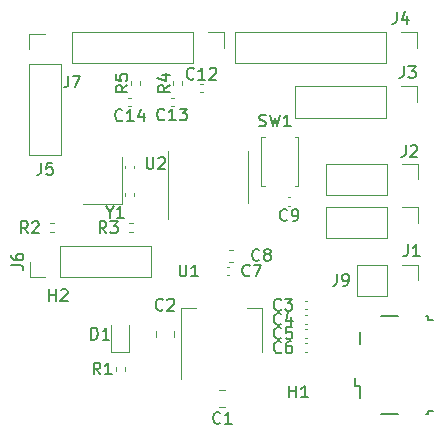
<source format=gbr>
%TF.GenerationSoftware,KiCad,Pcbnew,7.0.6*%
%TF.CreationDate,2023-07-29T21:44:08+03:00*%
%TF.ProjectId,cat-toy-stm-c0,6361742d-746f-4792-9d73-746d2d63302e,rev?*%
%TF.SameCoordinates,Original*%
%TF.FileFunction,Legend,Top*%
%TF.FilePolarity,Positive*%
%FSLAX46Y46*%
G04 Gerber Fmt 4.6, Leading zero omitted, Abs format (unit mm)*
G04 Created by KiCad (PCBNEW 7.0.6) date 2023-07-29 21:44:08*
%MOMM*%
%LPD*%
G01*
G04 APERTURE LIST*
%ADD10C,0.150000*%
%ADD11C,0.120000*%
G04 APERTURE END LIST*
D10*
X170488095Y-93654819D02*
X170488095Y-92654819D01*
X170488095Y-93131009D02*
X171059523Y-93131009D01*
X171059523Y-93654819D02*
X171059523Y-92654819D01*
X171488095Y-92750057D02*
X171535714Y-92702438D01*
X171535714Y-92702438D02*
X171630952Y-92654819D01*
X171630952Y-92654819D02*
X171869047Y-92654819D01*
X171869047Y-92654819D02*
X171964285Y-92702438D01*
X171964285Y-92702438D02*
X172011904Y-92750057D01*
X172011904Y-92750057D02*
X172059523Y-92845295D01*
X172059523Y-92845295D02*
X172059523Y-92940533D01*
X172059523Y-92940533D02*
X172011904Y-93083390D01*
X172011904Y-93083390D02*
X171440476Y-93654819D01*
X171440476Y-93654819D02*
X172059523Y-93654819D01*
X190838095Y-101804819D02*
X190838095Y-100804819D01*
X190838095Y-101281009D02*
X191409523Y-101281009D01*
X191409523Y-101804819D02*
X191409523Y-100804819D01*
X192409523Y-101804819D02*
X191838095Y-101804819D01*
X192123809Y-101804819D02*
X192123809Y-100804819D01*
X192123809Y-100804819D02*
X192028571Y-100947676D01*
X192028571Y-100947676D02*
X191933333Y-101042914D01*
X191933333Y-101042914D02*
X191838095Y-101090533D01*
X175623809Y-86128628D02*
X175623809Y-86604819D01*
X175290476Y-85604819D02*
X175623809Y-86128628D01*
X175623809Y-86128628D02*
X175957142Y-85604819D01*
X176814285Y-86604819D02*
X176242857Y-86604819D01*
X176528571Y-86604819D02*
X176528571Y-85604819D01*
X176528571Y-85604819D02*
X176433333Y-85747676D01*
X176433333Y-85747676D02*
X176338095Y-85842914D01*
X176338095Y-85842914D02*
X176242857Y-85890533D01*
X180684819Y-75376666D02*
X180208628Y-75709999D01*
X180684819Y-75948094D02*
X179684819Y-75948094D01*
X179684819Y-75948094D02*
X179684819Y-75567142D01*
X179684819Y-75567142D02*
X179732438Y-75471904D01*
X179732438Y-75471904D02*
X179780057Y-75424285D01*
X179780057Y-75424285D02*
X179875295Y-75376666D01*
X179875295Y-75376666D02*
X180018152Y-75376666D01*
X180018152Y-75376666D02*
X180113390Y-75424285D01*
X180113390Y-75424285D02*
X180161009Y-75471904D01*
X180161009Y-75471904D02*
X180208628Y-75567142D01*
X180208628Y-75567142D02*
X180208628Y-75948094D01*
X180018152Y-74519523D02*
X180684819Y-74519523D01*
X179637200Y-74757618D02*
X180351485Y-74995713D01*
X180351485Y-74995713D02*
X180351485Y-74376666D01*
X182757142Y-74799580D02*
X182709523Y-74847200D01*
X182709523Y-74847200D02*
X182566666Y-74894819D01*
X182566666Y-74894819D02*
X182471428Y-74894819D01*
X182471428Y-74894819D02*
X182328571Y-74847200D01*
X182328571Y-74847200D02*
X182233333Y-74751961D01*
X182233333Y-74751961D02*
X182185714Y-74656723D01*
X182185714Y-74656723D02*
X182138095Y-74466247D01*
X182138095Y-74466247D02*
X182138095Y-74323390D01*
X182138095Y-74323390D02*
X182185714Y-74132914D01*
X182185714Y-74132914D02*
X182233333Y-74037676D01*
X182233333Y-74037676D02*
X182328571Y-73942438D01*
X182328571Y-73942438D02*
X182471428Y-73894819D01*
X182471428Y-73894819D02*
X182566666Y-73894819D01*
X182566666Y-73894819D02*
X182709523Y-73942438D01*
X182709523Y-73942438D02*
X182757142Y-73990057D01*
X183709523Y-74894819D02*
X183138095Y-74894819D01*
X183423809Y-74894819D02*
X183423809Y-73894819D01*
X183423809Y-73894819D02*
X183328571Y-74037676D01*
X183328571Y-74037676D02*
X183233333Y-74132914D01*
X183233333Y-74132914D02*
X183138095Y-74180533D01*
X184090476Y-73990057D02*
X184138095Y-73942438D01*
X184138095Y-73942438D02*
X184233333Y-73894819D01*
X184233333Y-73894819D02*
X184471428Y-73894819D01*
X184471428Y-73894819D02*
X184566666Y-73942438D01*
X184566666Y-73942438D02*
X184614285Y-73990057D01*
X184614285Y-73990057D02*
X184661904Y-74085295D01*
X184661904Y-74085295D02*
X184661904Y-74180533D01*
X184661904Y-74180533D02*
X184614285Y-74323390D01*
X184614285Y-74323390D02*
X184042857Y-74894819D01*
X184042857Y-74894819D02*
X184661904Y-74894819D01*
X167304819Y-90633333D02*
X168019104Y-90633333D01*
X168019104Y-90633333D02*
X168161961Y-90680952D01*
X168161961Y-90680952D02*
X168257200Y-90776190D01*
X168257200Y-90776190D02*
X168304819Y-90919047D01*
X168304819Y-90919047D02*
X168304819Y-91014285D01*
X167304819Y-89728571D02*
X167304819Y-89919047D01*
X167304819Y-89919047D02*
X167352438Y-90014285D01*
X167352438Y-90014285D02*
X167400057Y-90061904D01*
X167400057Y-90061904D02*
X167542914Y-90157142D01*
X167542914Y-90157142D02*
X167733390Y-90204761D01*
X167733390Y-90204761D02*
X168114342Y-90204761D01*
X168114342Y-90204761D02*
X168209580Y-90157142D01*
X168209580Y-90157142D02*
X168257200Y-90109523D01*
X168257200Y-90109523D02*
X168304819Y-90014285D01*
X168304819Y-90014285D02*
X168304819Y-89823809D01*
X168304819Y-89823809D02*
X168257200Y-89728571D01*
X168257200Y-89728571D02*
X168209580Y-89680952D01*
X168209580Y-89680952D02*
X168114342Y-89633333D01*
X168114342Y-89633333D02*
X167876247Y-89633333D01*
X167876247Y-89633333D02*
X167781009Y-89680952D01*
X167781009Y-89680952D02*
X167733390Y-89728571D01*
X167733390Y-89728571D02*
X167685771Y-89823809D01*
X167685771Y-89823809D02*
X167685771Y-90014285D01*
X167685771Y-90014285D02*
X167733390Y-90109523D01*
X167733390Y-90109523D02*
X167781009Y-90157142D01*
X167781009Y-90157142D02*
X167876247Y-90204761D01*
X175333333Y-87904819D02*
X175000000Y-87428628D01*
X174761905Y-87904819D02*
X174761905Y-86904819D01*
X174761905Y-86904819D02*
X175142857Y-86904819D01*
X175142857Y-86904819D02*
X175238095Y-86952438D01*
X175238095Y-86952438D02*
X175285714Y-87000057D01*
X175285714Y-87000057D02*
X175333333Y-87095295D01*
X175333333Y-87095295D02*
X175333333Y-87238152D01*
X175333333Y-87238152D02*
X175285714Y-87333390D01*
X175285714Y-87333390D02*
X175238095Y-87381009D01*
X175238095Y-87381009D02*
X175142857Y-87428628D01*
X175142857Y-87428628D02*
X174761905Y-87428628D01*
X175666667Y-86904819D02*
X176285714Y-86904819D01*
X176285714Y-86904819D02*
X175952381Y-87285771D01*
X175952381Y-87285771D02*
X176095238Y-87285771D01*
X176095238Y-87285771D02*
X176190476Y-87333390D01*
X176190476Y-87333390D02*
X176238095Y-87381009D01*
X176238095Y-87381009D02*
X176285714Y-87476247D01*
X176285714Y-87476247D02*
X176285714Y-87714342D01*
X176285714Y-87714342D02*
X176238095Y-87809580D01*
X176238095Y-87809580D02*
X176190476Y-87857200D01*
X176190476Y-87857200D02*
X176095238Y-87904819D01*
X176095238Y-87904819D02*
X175809524Y-87904819D01*
X175809524Y-87904819D02*
X175714286Y-87857200D01*
X175714286Y-87857200D02*
X175666667Y-87809580D01*
X174061905Y-96904819D02*
X174061905Y-95904819D01*
X174061905Y-95904819D02*
X174300000Y-95904819D01*
X174300000Y-95904819D02*
X174442857Y-95952438D01*
X174442857Y-95952438D02*
X174538095Y-96047676D01*
X174538095Y-96047676D02*
X174585714Y-96142914D01*
X174585714Y-96142914D02*
X174633333Y-96333390D01*
X174633333Y-96333390D02*
X174633333Y-96476247D01*
X174633333Y-96476247D02*
X174585714Y-96666723D01*
X174585714Y-96666723D02*
X174538095Y-96761961D01*
X174538095Y-96761961D02*
X174442857Y-96857200D01*
X174442857Y-96857200D02*
X174300000Y-96904819D01*
X174300000Y-96904819D02*
X174061905Y-96904819D01*
X175585714Y-96904819D02*
X175014286Y-96904819D01*
X175300000Y-96904819D02*
X175300000Y-95904819D01*
X175300000Y-95904819D02*
X175204762Y-96047676D01*
X175204762Y-96047676D02*
X175109524Y-96142914D01*
X175109524Y-96142914D02*
X175014286Y-96190533D01*
X190133333Y-97959580D02*
X190085714Y-98007200D01*
X190085714Y-98007200D02*
X189942857Y-98054819D01*
X189942857Y-98054819D02*
X189847619Y-98054819D01*
X189847619Y-98054819D02*
X189704762Y-98007200D01*
X189704762Y-98007200D02*
X189609524Y-97911961D01*
X189609524Y-97911961D02*
X189561905Y-97816723D01*
X189561905Y-97816723D02*
X189514286Y-97626247D01*
X189514286Y-97626247D02*
X189514286Y-97483390D01*
X189514286Y-97483390D02*
X189561905Y-97292914D01*
X189561905Y-97292914D02*
X189609524Y-97197676D01*
X189609524Y-97197676D02*
X189704762Y-97102438D01*
X189704762Y-97102438D02*
X189847619Y-97054819D01*
X189847619Y-97054819D02*
X189942857Y-97054819D01*
X189942857Y-97054819D02*
X190085714Y-97102438D01*
X190085714Y-97102438D02*
X190133333Y-97150057D01*
X190990476Y-97054819D02*
X190800000Y-97054819D01*
X190800000Y-97054819D02*
X190704762Y-97102438D01*
X190704762Y-97102438D02*
X190657143Y-97150057D01*
X190657143Y-97150057D02*
X190561905Y-97292914D01*
X190561905Y-97292914D02*
X190514286Y-97483390D01*
X190514286Y-97483390D02*
X190514286Y-97864342D01*
X190514286Y-97864342D02*
X190561905Y-97959580D01*
X190561905Y-97959580D02*
X190609524Y-98007200D01*
X190609524Y-98007200D02*
X190704762Y-98054819D01*
X190704762Y-98054819D02*
X190895238Y-98054819D01*
X190895238Y-98054819D02*
X190990476Y-98007200D01*
X190990476Y-98007200D02*
X191038095Y-97959580D01*
X191038095Y-97959580D02*
X191085714Y-97864342D01*
X191085714Y-97864342D02*
X191085714Y-97626247D01*
X191085714Y-97626247D02*
X191038095Y-97531009D01*
X191038095Y-97531009D02*
X190990476Y-97483390D01*
X190990476Y-97483390D02*
X190895238Y-97435771D01*
X190895238Y-97435771D02*
X190704762Y-97435771D01*
X190704762Y-97435771D02*
X190609524Y-97483390D01*
X190609524Y-97483390D02*
X190561905Y-97531009D01*
X190561905Y-97531009D02*
X190514286Y-97626247D01*
X188303333Y-90159580D02*
X188255714Y-90207200D01*
X188255714Y-90207200D02*
X188112857Y-90254819D01*
X188112857Y-90254819D02*
X188017619Y-90254819D01*
X188017619Y-90254819D02*
X187874762Y-90207200D01*
X187874762Y-90207200D02*
X187779524Y-90111961D01*
X187779524Y-90111961D02*
X187731905Y-90016723D01*
X187731905Y-90016723D02*
X187684286Y-89826247D01*
X187684286Y-89826247D02*
X187684286Y-89683390D01*
X187684286Y-89683390D02*
X187731905Y-89492914D01*
X187731905Y-89492914D02*
X187779524Y-89397676D01*
X187779524Y-89397676D02*
X187874762Y-89302438D01*
X187874762Y-89302438D02*
X188017619Y-89254819D01*
X188017619Y-89254819D02*
X188112857Y-89254819D01*
X188112857Y-89254819D02*
X188255714Y-89302438D01*
X188255714Y-89302438D02*
X188303333Y-89350057D01*
X188874762Y-89683390D02*
X188779524Y-89635771D01*
X188779524Y-89635771D02*
X188731905Y-89588152D01*
X188731905Y-89588152D02*
X188684286Y-89492914D01*
X188684286Y-89492914D02*
X188684286Y-89445295D01*
X188684286Y-89445295D02*
X188731905Y-89350057D01*
X188731905Y-89350057D02*
X188779524Y-89302438D01*
X188779524Y-89302438D02*
X188874762Y-89254819D01*
X188874762Y-89254819D02*
X189065238Y-89254819D01*
X189065238Y-89254819D02*
X189160476Y-89302438D01*
X189160476Y-89302438D02*
X189208095Y-89350057D01*
X189208095Y-89350057D02*
X189255714Y-89445295D01*
X189255714Y-89445295D02*
X189255714Y-89492914D01*
X189255714Y-89492914D02*
X189208095Y-89588152D01*
X189208095Y-89588152D02*
X189160476Y-89635771D01*
X189160476Y-89635771D02*
X189065238Y-89683390D01*
X189065238Y-89683390D02*
X188874762Y-89683390D01*
X188874762Y-89683390D02*
X188779524Y-89731009D01*
X188779524Y-89731009D02*
X188731905Y-89778628D01*
X188731905Y-89778628D02*
X188684286Y-89873866D01*
X188684286Y-89873866D02*
X188684286Y-90064342D01*
X188684286Y-90064342D02*
X188731905Y-90159580D01*
X188731905Y-90159580D02*
X188779524Y-90207200D01*
X188779524Y-90207200D02*
X188874762Y-90254819D01*
X188874762Y-90254819D02*
X189065238Y-90254819D01*
X189065238Y-90254819D02*
X189160476Y-90207200D01*
X189160476Y-90207200D02*
X189208095Y-90159580D01*
X189208095Y-90159580D02*
X189255714Y-90064342D01*
X189255714Y-90064342D02*
X189255714Y-89873866D01*
X189255714Y-89873866D02*
X189208095Y-89778628D01*
X189208095Y-89778628D02*
X189160476Y-89731009D01*
X189160476Y-89731009D02*
X189065238Y-89683390D01*
X181538095Y-90554819D02*
X181538095Y-91364342D01*
X181538095Y-91364342D02*
X181585714Y-91459580D01*
X181585714Y-91459580D02*
X181633333Y-91507200D01*
X181633333Y-91507200D02*
X181728571Y-91554819D01*
X181728571Y-91554819D02*
X181919047Y-91554819D01*
X181919047Y-91554819D02*
X182014285Y-91507200D01*
X182014285Y-91507200D02*
X182061904Y-91459580D01*
X182061904Y-91459580D02*
X182109523Y-91364342D01*
X182109523Y-91364342D02*
X182109523Y-90554819D01*
X183109523Y-91554819D02*
X182538095Y-91554819D01*
X182823809Y-91554819D02*
X182823809Y-90554819D01*
X182823809Y-90554819D02*
X182728571Y-90697676D01*
X182728571Y-90697676D02*
X182633333Y-90792914D01*
X182633333Y-90792914D02*
X182538095Y-90840533D01*
X188266667Y-78807200D02*
X188409524Y-78854819D01*
X188409524Y-78854819D02*
X188647619Y-78854819D01*
X188647619Y-78854819D02*
X188742857Y-78807200D01*
X188742857Y-78807200D02*
X188790476Y-78759580D01*
X188790476Y-78759580D02*
X188838095Y-78664342D01*
X188838095Y-78664342D02*
X188838095Y-78569104D01*
X188838095Y-78569104D02*
X188790476Y-78473866D01*
X188790476Y-78473866D02*
X188742857Y-78426247D01*
X188742857Y-78426247D02*
X188647619Y-78378628D01*
X188647619Y-78378628D02*
X188457143Y-78331009D01*
X188457143Y-78331009D02*
X188361905Y-78283390D01*
X188361905Y-78283390D02*
X188314286Y-78235771D01*
X188314286Y-78235771D02*
X188266667Y-78140533D01*
X188266667Y-78140533D02*
X188266667Y-78045295D01*
X188266667Y-78045295D02*
X188314286Y-77950057D01*
X188314286Y-77950057D02*
X188361905Y-77902438D01*
X188361905Y-77902438D02*
X188457143Y-77854819D01*
X188457143Y-77854819D02*
X188695238Y-77854819D01*
X188695238Y-77854819D02*
X188838095Y-77902438D01*
X189171429Y-77854819D02*
X189409524Y-78854819D01*
X189409524Y-78854819D02*
X189600000Y-78140533D01*
X189600000Y-78140533D02*
X189790476Y-78854819D01*
X189790476Y-78854819D02*
X190028572Y-77854819D01*
X190933333Y-78854819D02*
X190361905Y-78854819D01*
X190647619Y-78854819D02*
X190647619Y-77854819D01*
X190647619Y-77854819D02*
X190552381Y-77997676D01*
X190552381Y-77997676D02*
X190457143Y-78092914D01*
X190457143Y-78092914D02*
X190361905Y-78140533D01*
X176697142Y-78319580D02*
X176649523Y-78367200D01*
X176649523Y-78367200D02*
X176506666Y-78414819D01*
X176506666Y-78414819D02*
X176411428Y-78414819D01*
X176411428Y-78414819D02*
X176268571Y-78367200D01*
X176268571Y-78367200D02*
X176173333Y-78271961D01*
X176173333Y-78271961D02*
X176125714Y-78176723D01*
X176125714Y-78176723D02*
X176078095Y-77986247D01*
X176078095Y-77986247D02*
X176078095Y-77843390D01*
X176078095Y-77843390D02*
X176125714Y-77652914D01*
X176125714Y-77652914D02*
X176173333Y-77557676D01*
X176173333Y-77557676D02*
X176268571Y-77462438D01*
X176268571Y-77462438D02*
X176411428Y-77414819D01*
X176411428Y-77414819D02*
X176506666Y-77414819D01*
X176506666Y-77414819D02*
X176649523Y-77462438D01*
X176649523Y-77462438D02*
X176697142Y-77510057D01*
X177649523Y-78414819D02*
X177078095Y-78414819D01*
X177363809Y-78414819D02*
X177363809Y-77414819D01*
X177363809Y-77414819D02*
X177268571Y-77557676D01*
X177268571Y-77557676D02*
X177173333Y-77652914D01*
X177173333Y-77652914D02*
X177078095Y-77700533D01*
X178506666Y-77748152D02*
X178506666Y-78414819D01*
X178268571Y-77367200D02*
X178030476Y-78081485D01*
X178030476Y-78081485D02*
X178649523Y-78081485D01*
X187473333Y-91459580D02*
X187425714Y-91507200D01*
X187425714Y-91507200D02*
X187282857Y-91554819D01*
X187282857Y-91554819D02*
X187187619Y-91554819D01*
X187187619Y-91554819D02*
X187044762Y-91507200D01*
X187044762Y-91507200D02*
X186949524Y-91411961D01*
X186949524Y-91411961D02*
X186901905Y-91316723D01*
X186901905Y-91316723D02*
X186854286Y-91126247D01*
X186854286Y-91126247D02*
X186854286Y-90983390D01*
X186854286Y-90983390D02*
X186901905Y-90792914D01*
X186901905Y-90792914D02*
X186949524Y-90697676D01*
X186949524Y-90697676D02*
X187044762Y-90602438D01*
X187044762Y-90602438D02*
X187187619Y-90554819D01*
X187187619Y-90554819D02*
X187282857Y-90554819D01*
X187282857Y-90554819D02*
X187425714Y-90602438D01*
X187425714Y-90602438D02*
X187473333Y-90650057D01*
X187806667Y-90554819D02*
X188473333Y-90554819D01*
X188473333Y-90554819D02*
X188044762Y-91554819D01*
X168683333Y-87904819D02*
X168350000Y-87428628D01*
X168111905Y-87904819D02*
X168111905Y-86904819D01*
X168111905Y-86904819D02*
X168492857Y-86904819D01*
X168492857Y-86904819D02*
X168588095Y-86952438D01*
X168588095Y-86952438D02*
X168635714Y-87000057D01*
X168635714Y-87000057D02*
X168683333Y-87095295D01*
X168683333Y-87095295D02*
X168683333Y-87238152D01*
X168683333Y-87238152D02*
X168635714Y-87333390D01*
X168635714Y-87333390D02*
X168588095Y-87381009D01*
X168588095Y-87381009D02*
X168492857Y-87428628D01*
X168492857Y-87428628D02*
X168111905Y-87428628D01*
X169064286Y-87000057D02*
X169111905Y-86952438D01*
X169111905Y-86952438D02*
X169207143Y-86904819D01*
X169207143Y-86904819D02*
X169445238Y-86904819D01*
X169445238Y-86904819D02*
X169540476Y-86952438D01*
X169540476Y-86952438D02*
X169588095Y-87000057D01*
X169588095Y-87000057D02*
X169635714Y-87095295D01*
X169635714Y-87095295D02*
X169635714Y-87190533D01*
X169635714Y-87190533D02*
X169588095Y-87333390D01*
X169588095Y-87333390D02*
X169016667Y-87904819D01*
X169016667Y-87904819D02*
X169635714Y-87904819D01*
X190133333Y-96759580D02*
X190085714Y-96807200D01*
X190085714Y-96807200D02*
X189942857Y-96854819D01*
X189942857Y-96854819D02*
X189847619Y-96854819D01*
X189847619Y-96854819D02*
X189704762Y-96807200D01*
X189704762Y-96807200D02*
X189609524Y-96711961D01*
X189609524Y-96711961D02*
X189561905Y-96616723D01*
X189561905Y-96616723D02*
X189514286Y-96426247D01*
X189514286Y-96426247D02*
X189514286Y-96283390D01*
X189514286Y-96283390D02*
X189561905Y-96092914D01*
X189561905Y-96092914D02*
X189609524Y-95997676D01*
X189609524Y-95997676D02*
X189704762Y-95902438D01*
X189704762Y-95902438D02*
X189847619Y-95854819D01*
X189847619Y-95854819D02*
X189942857Y-95854819D01*
X189942857Y-95854819D02*
X190085714Y-95902438D01*
X190085714Y-95902438D02*
X190133333Y-95950057D01*
X191038095Y-95854819D02*
X190561905Y-95854819D01*
X190561905Y-95854819D02*
X190514286Y-96331009D01*
X190514286Y-96331009D02*
X190561905Y-96283390D01*
X190561905Y-96283390D02*
X190657143Y-96235771D01*
X190657143Y-96235771D02*
X190895238Y-96235771D01*
X190895238Y-96235771D02*
X190990476Y-96283390D01*
X190990476Y-96283390D02*
X191038095Y-96331009D01*
X191038095Y-96331009D02*
X191085714Y-96426247D01*
X191085714Y-96426247D02*
X191085714Y-96664342D01*
X191085714Y-96664342D02*
X191038095Y-96759580D01*
X191038095Y-96759580D02*
X190990476Y-96807200D01*
X190990476Y-96807200D02*
X190895238Y-96854819D01*
X190895238Y-96854819D02*
X190657143Y-96854819D01*
X190657143Y-96854819D02*
X190561905Y-96807200D01*
X190561905Y-96807200D02*
X190514286Y-96759580D01*
X178738095Y-81454819D02*
X178738095Y-82264342D01*
X178738095Y-82264342D02*
X178785714Y-82359580D01*
X178785714Y-82359580D02*
X178833333Y-82407200D01*
X178833333Y-82407200D02*
X178928571Y-82454819D01*
X178928571Y-82454819D02*
X179119047Y-82454819D01*
X179119047Y-82454819D02*
X179214285Y-82407200D01*
X179214285Y-82407200D02*
X179261904Y-82359580D01*
X179261904Y-82359580D02*
X179309523Y-82264342D01*
X179309523Y-82264342D02*
X179309523Y-81454819D01*
X179738095Y-81550057D02*
X179785714Y-81502438D01*
X179785714Y-81502438D02*
X179880952Y-81454819D01*
X179880952Y-81454819D02*
X180119047Y-81454819D01*
X180119047Y-81454819D02*
X180214285Y-81502438D01*
X180214285Y-81502438D02*
X180261904Y-81550057D01*
X180261904Y-81550057D02*
X180309523Y-81645295D01*
X180309523Y-81645295D02*
X180309523Y-81740533D01*
X180309523Y-81740533D02*
X180261904Y-81883390D01*
X180261904Y-81883390D02*
X179690476Y-82454819D01*
X179690476Y-82454819D02*
X180309523Y-82454819D01*
X200866666Y-88854819D02*
X200866666Y-89569104D01*
X200866666Y-89569104D02*
X200819047Y-89711961D01*
X200819047Y-89711961D02*
X200723809Y-89807200D01*
X200723809Y-89807200D02*
X200580952Y-89854819D01*
X200580952Y-89854819D02*
X200485714Y-89854819D01*
X201866666Y-89854819D02*
X201295238Y-89854819D01*
X201580952Y-89854819D02*
X201580952Y-88854819D01*
X201580952Y-88854819D02*
X201485714Y-88997676D01*
X201485714Y-88997676D02*
X201390476Y-89092914D01*
X201390476Y-89092914D02*
X201295238Y-89140533D01*
X177124819Y-75366666D02*
X176648628Y-75699999D01*
X177124819Y-75938094D02*
X176124819Y-75938094D01*
X176124819Y-75938094D02*
X176124819Y-75557142D01*
X176124819Y-75557142D02*
X176172438Y-75461904D01*
X176172438Y-75461904D02*
X176220057Y-75414285D01*
X176220057Y-75414285D02*
X176315295Y-75366666D01*
X176315295Y-75366666D02*
X176458152Y-75366666D01*
X176458152Y-75366666D02*
X176553390Y-75414285D01*
X176553390Y-75414285D02*
X176601009Y-75461904D01*
X176601009Y-75461904D02*
X176648628Y-75557142D01*
X176648628Y-75557142D02*
X176648628Y-75938094D01*
X176124819Y-74461904D02*
X176124819Y-74938094D01*
X176124819Y-74938094D02*
X176601009Y-74985713D01*
X176601009Y-74985713D02*
X176553390Y-74938094D01*
X176553390Y-74938094D02*
X176505771Y-74842856D01*
X176505771Y-74842856D02*
X176505771Y-74604761D01*
X176505771Y-74604761D02*
X176553390Y-74509523D01*
X176553390Y-74509523D02*
X176601009Y-74461904D01*
X176601009Y-74461904D02*
X176696247Y-74414285D01*
X176696247Y-74414285D02*
X176934342Y-74414285D01*
X176934342Y-74414285D02*
X177029580Y-74461904D01*
X177029580Y-74461904D02*
X177077200Y-74509523D01*
X177077200Y-74509523D02*
X177124819Y-74604761D01*
X177124819Y-74604761D02*
X177124819Y-74842856D01*
X177124819Y-74842856D02*
X177077200Y-74938094D01*
X177077200Y-74938094D02*
X177029580Y-74985713D01*
X200516666Y-73754819D02*
X200516666Y-74469104D01*
X200516666Y-74469104D02*
X200469047Y-74611961D01*
X200469047Y-74611961D02*
X200373809Y-74707200D01*
X200373809Y-74707200D02*
X200230952Y-74754819D01*
X200230952Y-74754819D02*
X200135714Y-74754819D01*
X200897619Y-73754819D02*
X201516666Y-73754819D01*
X201516666Y-73754819D02*
X201183333Y-74135771D01*
X201183333Y-74135771D02*
X201326190Y-74135771D01*
X201326190Y-74135771D02*
X201421428Y-74183390D01*
X201421428Y-74183390D02*
X201469047Y-74231009D01*
X201469047Y-74231009D02*
X201516666Y-74326247D01*
X201516666Y-74326247D02*
X201516666Y-74564342D01*
X201516666Y-74564342D02*
X201469047Y-74659580D01*
X201469047Y-74659580D02*
X201421428Y-74707200D01*
X201421428Y-74707200D02*
X201326190Y-74754819D01*
X201326190Y-74754819D02*
X201040476Y-74754819D01*
X201040476Y-74754819D02*
X200945238Y-74707200D01*
X200945238Y-74707200D02*
X200897619Y-74659580D01*
X199916666Y-69154819D02*
X199916666Y-69869104D01*
X199916666Y-69869104D02*
X199869047Y-70011961D01*
X199869047Y-70011961D02*
X199773809Y-70107200D01*
X199773809Y-70107200D02*
X199630952Y-70154819D01*
X199630952Y-70154819D02*
X199535714Y-70154819D01*
X200821428Y-69488152D02*
X200821428Y-70154819D01*
X200583333Y-69107200D02*
X200345238Y-69821485D01*
X200345238Y-69821485D02*
X200964285Y-69821485D01*
X194866666Y-91354819D02*
X194866666Y-92069104D01*
X194866666Y-92069104D02*
X194819047Y-92211961D01*
X194819047Y-92211961D02*
X194723809Y-92307200D01*
X194723809Y-92307200D02*
X194580952Y-92354819D01*
X194580952Y-92354819D02*
X194485714Y-92354819D01*
X195390476Y-92354819D02*
X195580952Y-92354819D01*
X195580952Y-92354819D02*
X195676190Y-92307200D01*
X195676190Y-92307200D02*
X195723809Y-92259580D01*
X195723809Y-92259580D02*
X195819047Y-92116723D01*
X195819047Y-92116723D02*
X195866666Y-91926247D01*
X195866666Y-91926247D02*
X195866666Y-91545295D01*
X195866666Y-91545295D02*
X195819047Y-91450057D01*
X195819047Y-91450057D02*
X195771428Y-91402438D01*
X195771428Y-91402438D02*
X195676190Y-91354819D01*
X195676190Y-91354819D02*
X195485714Y-91354819D01*
X195485714Y-91354819D02*
X195390476Y-91402438D01*
X195390476Y-91402438D02*
X195342857Y-91450057D01*
X195342857Y-91450057D02*
X195295238Y-91545295D01*
X195295238Y-91545295D02*
X195295238Y-91783390D01*
X195295238Y-91783390D02*
X195342857Y-91878628D01*
X195342857Y-91878628D02*
X195390476Y-91926247D01*
X195390476Y-91926247D02*
X195485714Y-91973866D01*
X195485714Y-91973866D02*
X195676190Y-91973866D01*
X195676190Y-91973866D02*
X195771428Y-91926247D01*
X195771428Y-91926247D02*
X195819047Y-91878628D01*
X195819047Y-91878628D02*
X195866666Y-91783390D01*
X190133333Y-94359580D02*
X190085714Y-94407200D01*
X190085714Y-94407200D02*
X189942857Y-94454819D01*
X189942857Y-94454819D02*
X189847619Y-94454819D01*
X189847619Y-94454819D02*
X189704762Y-94407200D01*
X189704762Y-94407200D02*
X189609524Y-94311961D01*
X189609524Y-94311961D02*
X189561905Y-94216723D01*
X189561905Y-94216723D02*
X189514286Y-94026247D01*
X189514286Y-94026247D02*
X189514286Y-93883390D01*
X189514286Y-93883390D02*
X189561905Y-93692914D01*
X189561905Y-93692914D02*
X189609524Y-93597676D01*
X189609524Y-93597676D02*
X189704762Y-93502438D01*
X189704762Y-93502438D02*
X189847619Y-93454819D01*
X189847619Y-93454819D02*
X189942857Y-93454819D01*
X189942857Y-93454819D02*
X190085714Y-93502438D01*
X190085714Y-93502438D02*
X190133333Y-93550057D01*
X190466667Y-93454819D02*
X191085714Y-93454819D01*
X191085714Y-93454819D02*
X190752381Y-93835771D01*
X190752381Y-93835771D02*
X190895238Y-93835771D01*
X190895238Y-93835771D02*
X190990476Y-93883390D01*
X190990476Y-93883390D02*
X191038095Y-93931009D01*
X191038095Y-93931009D02*
X191085714Y-94026247D01*
X191085714Y-94026247D02*
X191085714Y-94264342D01*
X191085714Y-94264342D02*
X191038095Y-94359580D01*
X191038095Y-94359580D02*
X190990476Y-94407200D01*
X190990476Y-94407200D02*
X190895238Y-94454819D01*
X190895238Y-94454819D02*
X190609524Y-94454819D01*
X190609524Y-94454819D02*
X190514286Y-94407200D01*
X190514286Y-94407200D02*
X190466667Y-94359580D01*
X190653333Y-86759580D02*
X190605714Y-86807200D01*
X190605714Y-86807200D02*
X190462857Y-86854819D01*
X190462857Y-86854819D02*
X190367619Y-86854819D01*
X190367619Y-86854819D02*
X190224762Y-86807200D01*
X190224762Y-86807200D02*
X190129524Y-86711961D01*
X190129524Y-86711961D02*
X190081905Y-86616723D01*
X190081905Y-86616723D02*
X190034286Y-86426247D01*
X190034286Y-86426247D02*
X190034286Y-86283390D01*
X190034286Y-86283390D02*
X190081905Y-86092914D01*
X190081905Y-86092914D02*
X190129524Y-85997676D01*
X190129524Y-85997676D02*
X190224762Y-85902438D01*
X190224762Y-85902438D02*
X190367619Y-85854819D01*
X190367619Y-85854819D02*
X190462857Y-85854819D01*
X190462857Y-85854819D02*
X190605714Y-85902438D01*
X190605714Y-85902438D02*
X190653333Y-85950057D01*
X191129524Y-86854819D02*
X191320000Y-86854819D01*
X191320000Y-86854819D02*
X191415238Y-86807200D01*
X191415238Y-86807200D02*
X191462857Y-86759580D01*
X191462857Y-86759580D02*
X191558095Y-86616723D01*
X191558095Y-86616723D02*
X191605714Y-86426247D01*
X191605714Y-86426247D02*
X191605714Y-86045295D01*
X191605714Y-86045295D02*
X191558095Y-85950057D01*
X191558095Y-85950057D02*
X191510476Y-85902438D01*
X191510476Y-85902438D02*
X191415238Y-85854819D01*
X191415238Y-85854819D02*
X191224762Y-85854819D01*
X191224762Y-85854819D02*
X191129524Y-85902438D01*
X191129524Y-85902438D02*
X191081905Y-85950057D01*
X191081905Y-85950057D02*
X191034286Y-86045295D01*
X191034286Y-86045295D02*
X191034286Y-86283390D01*
X191034286Y-86283390D02*
X191081905Y-86378628D01*
X191081905Y-86378628D02*
X191129524Y-86426247D01*
X191129524Y-86426247D02*
X191224762Y-86473866D01*
X191224762Y-86473866D02*
X191415238Y-86473866D01*
X191415238Y-86473866D02*
X191510476Y-86426247D01*
X191510476Y-86426247D02*
X191558095Y-86378628D01*
X191558095Y-86378628D02*
X191605714Y-86283390D01*
X190133333Y-95559580D02*
X190085714Y-95607200D01*
X190085714Y-95607200D02*
X189942857Y-95654819D01*
X189942857Y-95654819D02*
X189847619Y-95654819D01*
X189847619Y-95654819D02*
X189704762Y-95607200D01*
X189704762Y-95607200D02*
X189609524Y-95511961D01*
X189609524Y-95511961D02*
X189561905Y-95416723D01*
X189561905Y-95416723D02*
X189514286Y-95226247D01*
X189514286Y-95226247D02*
X189514286Y-95083390D01*
X189514286Y-95083390D02*
X189561905Y-94892914D01*
X189561905Y-94892914D02*
X189609524Y-94797676D01*
X189609524Y-94797676D02*
X189704762Y-94702438D01*
X189704762Y-94702438D02*
X189847619Y-94654819D01*
X189847619Y-94654819D02*
X189942857Y-94654819D01*
X189942857Y-94654819D02*
X190085714Y-94702438D01*
X190085714Y-94702438D02*
X190133333Y-94750057D01*
X190990476Y-94988152D02*
X190990476Y-95654819D01*
X190752381Y-94607200D02*
X190514286Y-95321485D01*
X190514286Y-95321485D02*
X191133333Y-95321485D01*
X169816666Y-81954819D02*
X169816666Y-82669104D01*
X169816666Y-82669104D02*
X169769047Y-82811961D01*
X169769047Y-82811961D02*
X169673809Y-82907200D01*
X169673809Y-82907200D02*
X169530952Y-82954819D01*
X169530952Y-82954819D02*
X169435714Y-82954819D01*
X170769047Y-81954819D02*
X170292857Y-81954819D01*
X170292857Y-81954819D02*
X170245238Y-82431009D01*
X170245238Y-82431009D02*
X170292857Y-82383390D01*
X170292857Y-82383390D02*
X170388095Y-82335771D01*
X170388095Y-82335771D02*
X170626190Y-82335771D01*
X170626190Y-82335771D02*
X170721428Y-82383390D01*
X170721428Y-82383390D02*
X170769047Y-82431009D01*
X170769047Y-82431009D02*
X170816666Y-82526247D01*
X170816666Y-82526247D02*
X170816666Y-82764342D01*
X170816666Y-82764342D02*
X170769047Y-82859580D01*
X170769047Y-82859580D02*
X170721428Y-82907200D01*
X170721428Y-82907200D02*
X170626190Y-82954819D01*
X170626190Y-82954819D02*
X170388095Y-82954819D01*
X170388095Y-82954819D02*
X170292857Y-82907200D01*
X170292857Y-82907200D02*
X170245238Y-82859580D01*
X172096666Y-74554819D02*
X172096666Y-75269104D01*
X172096666Y-75269104D02*
X172049047Y-75411961D01*
X172049047Y-75411961D02*
X171953809Y-75507200D01*
X171953809Y-75507200D02*
X171810952Y-75554819D01*
X171810952Y-75554819D02*
X171715714Y-75554819D01*
X172477619Y-74554819D02*
X173144285Y-74554819D01*
X173144285Y-74554819D02*
X172715714Y-75554819D01*
X180257142Y-78259580D02*
X180209523Y-78307200D01*
X180209523Y-78307200D02*
X180066666Y-78354819D01*
X180066666Y-78354819D02*
X179971428Y-78354819D01*
X179971428Y-78354819D02*
X179828571Y-78307200D01*
X179828571Y-78307200D02*
X179733333Y-78211961D01*
X179733333Y-78211961D02*
X179685714Y-78116723D01*
X179685714Y-78116723D02*
X179638095Y-77926247D01*
X179638095Y-77926247D02*
X179638095Y-77783390D01*
X179638095Y-77783390D02*
X179685714Y-77592914D01*
X179685714Y-77592914D02*
X179733333Y-77497676D01*
X179733333Y-77497676D02*
X179828571Y-77402438D01*
X179828571Y-77402438D02*
X179971428Y-77354819D01*
X179971428Y-77354819D02*
X180066666Y-77354819D01*
X180066666Y-77354819D02*
X180209523Y-77402438D01*
X180209523Y-77402438D02*
X180257142Y-77450057D01*
X181209523Y-78354819D02*
X180638095Y-78354819D01*
X180923809Y-78354819D02*
X180923809Y-77354819D01*
X180923809Y-77354819D02*
X180828571Y-77497676D01*
X180828571Y-77497676D02*
X180733333Y-77592914D01*
X180733333Y-77592914D02*
X180638095Y-77640533D01*
X181542857Y-77354819D02*
X182161904Y-77354819D01*
X182161904Y-77354819D02*
X181828571Y-77735771D01*
X181828571Y-77735771D02*
X181971428Y-77735771D01*
X181971428Y-77735771D02*
X182066666Y-77783390D01*
X182066666Y-77783390D02*
X182114285Y-77831009D01*
X182114285Y-77831009D02*
X182161904Y-77926247D01*
X182161904Y-77926247D02*
X182161904Y-78164342D01*
X182161904Y-78164342D02*
X182114285Y-78259580D01*
X182114285Y-78259580D02*
X182066666Y-78307200D01*
X182066666Y-78307200D02*
X181971428Y-78354819D01*
X181971428Y-78354819D02*
X181685714Y-78354819D01*
X181685714Y-78354819D02*
X181590476Y-78307200D01*
X181590476Y-78307200D02*
X181542857Y-78259580D01*
X184983333Y-103939580D02*
X184935714Y-103987200D01*
X184935714Y-103987200D02*
X184792857Y-104034819D01*
X184792857Y-104034819D02*
X184697619Y-104034819D01*
X184697619Y-104034819D02*
X184554762Y-103987200D01*
X184554762Y-103987200D02*
X184459524Y-103891961D01*
X184459524Y-103891961D02*
X184411905Y-103796723D01*
X184411905Y-103796723D02*
X184364286Y-103606247D01*
X184364286Y-103606247D02*
X184364286Y-103463390D01*
X184364286Y-103463390D02*
X184411905Y-103272914D01*
X184411905Y-103272914D02*
X184459524Y-103177676D01*
X184459524Y-103177676D02*
X184554762Y-103082438D01*
X184554762Y-103082438D02*
X184697619Y-103034819D01*
X184697619Y-103034819D02*
X184792857Y-103034819D01*
X184792857Y-103034819D02*
X184935714Y-103082438D01*
X184935714Y-103082438D02*
X184983333Y-103130057D01*
X185935714Y-104034819D02*
X185364286Y-104034819D01*
X185650000Y-104034819D02*
X185650000Y-103034819D01*
X185650000Y-103034819D02*
X185554762Y-103177676D01*
X185554762Y-103177676D02*
X185459524Y-103272914D01*
X185459524Y-103272914D02*
X185364286Y-103320533D01*
X174833333Y-99854819D02*
X174500000Y-99378628D01*
X174261905Y-99854819D02*
X174261905Y-98854819D01*
X174261905Y-98854819D02*
X174642857Y-98854819D01*
X174642857Y-98854819D02*
X174738095Y-98902438D01*
X174738095Y-98902438D02*
X174785714Y-98950057D01*
X174785714Y-98950057D02*
X174833333Y-99045295D01*
X174833333Y-99045295D02*
X174833333Y-99188152D01*
X174833333Y-99188152D02*
X174785714Y-99283390D01*
X174785714Y-99283390D02*
X174738095Y-99331009D01*
X174738095Y-99331009D02*
X174642857Y-99378628D01*
X174642857Y-99378628D02*
X174261905Y-99378628D01*
X175785714Y-99854819D02*
X175214286Y-99854819D01*
X175500000Y-99854819D02*
X175500000Y-98854819D01*
X175500000Y-98854819D02*
X175404762Y-98997676D01*
X175404762Y-98997676D02*
X175309524Y-99092914D01*
X175309524Y-99092914D02*
X175214286Y-99140533D01*
X200666666Y-80454819D02*
X200666666Y-81169104D01*
X200666666Y-81169104D02*
X200619047Y-81311961D01*
X200619047Y-81311961D02*
X200523809Y-81407200D01*
X200523809Y-81407200D02*
X200380952Y-81454819D01*
X200380952Y-81454819D02*
X200285714Y-81454819D01*
X201095238Y-80550057D02*
X201142857Y-80502438D01*
X201142857Y-80502438D02*
X201238095Y-80454819D01*
X201238095Y-80454819D02*
X201476190Y-80454819D01*
X201476190Y-80454819D02*
X201571428Y-80502438D01*
X201571428Y-80502438D02*
X201619047Y-80550057D01*
X201619047Y-80550057D02*
X201666666Y-80645295D01*
X201666666Y-80645295D02*
X201666666Y-80740533D01*
X201666666Y-80740533D02*
X201619047Y-80883390D01*
X201619047Y-80883390D02*
X201047619Y-81454819D01*
X201047619Y-81454819D02*
X201666666Y-81454819D01*
X180133333Y-94359580D02*
X180085714Y-94407200D01*
X180085714Y-94407200D02*
X179942857Y-94454819D01*
X179942857Y-94454819D02*
X179847619Y-94454819D01*
X179847619Y-94454819D02*
X179704762Y-94407200D01*
X179704762Y-94407200D02*
X179609524Y-94311961D01*
X179609524Y-94311961D02*
X179561905Y-94216723D01*
X179561905Y-94216723D02*
X179514286Y-94026247D01*
X179514286Y-94026247D02*
X179514286Y-93883390D01*
X179514286Y-93883390D02*
X179561905Y-93692914D01*
X179561905Y-93692914D02*
X179609524Y-93597676D01*
X179609524Y-93597676D02*
X179704762Y-93502438D01*
X179704762Y-93502438D02*
X179847619Y-93454819D01*
X179847619Y-93454819D02*
X179942857Y-93454819D01*
X179942857Y-93454819D02*
X180085714Y-93502438D01*
X180085714Y-93502438D02*
X180133333Y-93550057D01*
X180514286Y-93550057D02*
X180561905Y-93502438D01*
X180561905Y-93502438D02*
X180657143Y-93454819D01*
X180657143Y-93454819D02*
X180895238Y-93454819D01*
X180895238Y-93454819D02*
X180990476Y-93502438D01*
X180990476Y-93502438D02*
X181038095Y-93550057D01*
X181038095Y-93550057D02*
X181085714Y-93645295D01*
X181085714Y-93645295D02*
X181085714Y-93740533D01*
X181085714Y-93740533D02*
X181038095Y-93883390D01*
X181038095Y-93883390D02*
X180466667Y-94454819D01*
X180466667Y-94454819D02*
X181085714Y-94454819D01*
D11*
%TO.C,Y1*%
X173400000Y-85450000D02*
X176700000Y-85450000D01*
X176700000Y-85450000D02*
X176700000Y-81450000D01*
%TO.C,R4*%
X181020000Y-75363641D02*
X181020000Y-75056359D01*
X181780000Y-75363641D02*
X181780000Y-75056359D01*
%TO.C,C12*%
X183292164Y-75240000D02*
X183507836Y-75240000D01*
X183292164Y-75960000D02*
X183507836Y-75960000D01*
%TO.C,J6*%
X168850000Y-91630000D02*
X168850000Y-90300000D01*
X170180000Y-91630000D02*
X168850000Y-91630000D01*
X171450000Y-91630000D02*
X179130000Y-91630000D01*
X171450000Y-91630000D02*
X171450000Y-88970000D01*
X179130000Y-91630000D02*
X179130000Y-88970000D01*
X171450000Y-88970000D02*
X179130000Y-88970000D01*
%TO.C,R3*%
X177603641Y-87830000D02*
X177296359Y-87830000D01*
X177603641Y-87070000D02*
X177296359Y-87070000D01*
%TO.C,C11*%
X176940000Y-82387836D02*
X176940000Y-82172164D01*
X177660000Y-82387836D02*
X177660000Y-82172164D01*
%TO.C,D1*%
X175765000Y-97935000D02*
X177235000Y-97935000D01*
X177235000Y-97935000D02*
X177235000Y-95650000D01*
X175765000Y-95650000D02*
X175765000Y-97935000D01*
%TO.C,C6*%
X192142164Y-97240000D02*
X192357836Y-97240000D01*
X192142164Y-97960000D02*
X192357836Y-97960000D01*
%TO.C,C8*%
X185754420Y-89290000D02*
X186035580Y-89290000D01*
X185754420Y-90310000D02*
X186035580Y-90310000D01*
%TO.C,U1*%
X181690000Y-100250000D02*
X181690000Y-94240000D01*
X188510000Y-98000000D02*
X188510000Y-94240000D01*
X181690000Y-94240000D02*
X182950000Y-94240000D01*
X188510000Y-94240000D02*
X187250000Y-94240000D01*
%TO.C,SW1*%
X191590000Y-79730000D02*
X191590000Y-83870000D01*
X191290000Y-79730000D02*
X191590000Y-79730000D01*
X188450000Y-79730000D02*
X188750000Y-79730000D01*
X191590000Y-83870000D02*
X191290000Y-83870000D01*
X188750000Y-83870000D02*
X188450000Y-83870000D01*
X188450000Y-83870000D02*
X188450000Y-79730000D01*
%TO.C,C14*%
X177427836Y-77160000D02*
X177212164Y-77160000D01*
X177427836Y-76440000D02*
X177212164Y-76440000D01*
%TO.C,C7*%
X185512164Y-90740000D02*
X185727836Y-90740000D01*
X185512164Y-91460000D02*
X185727836Y-91460000D01*
%TO.C,R2*%
X170596359Y-87070000D02*
X170903641Y-87070000D01*
X170596359Y-87830000D02*
X170903641Y-87830000D01*
%TO.C,C5*%
X192142164Y-96040000D02*
X192357836Y-96040000D01*
X192142164Y-96760000D02*
X192357836Y-96760000D01*
%TO.C,U2*%
X180540000Y-83137500D02*
X180540000Y-86737500D01*
X180540000Y-83137500D02*
X180540000Y-80937500D01*
X187310000Y-83137500D02*
X187310000Y-85337500D01*
X187310000Y-83137500D02*
X187310000Y-80937500D01*
%TO.C,J1*%
X201710000Y-85670000D02*
X201710000Y-87000000D01*
X200380000Y-85670000D02*
X201710000Y-85670000D01*
X199110000Y-85670000D02*
X193970000Y-85670000D01*
X199110000Y-85670000D02*
X199110000Y-88330000D01*
X193970000Y-85670000D02*
X193970000Y-88330000D01*
X199110000Y-88330000D02*
X193970000Y-88330000D01*
%TO.C,R5*%
X177460000Y-75353641D02*
X177460000Y-75046359D01*
X178220000Y-75353641D02*
X178220000Y-75046359D01*
%TO.C,J3*%
X201630000Y-75470000D02*
X201630000Y-76800000D01*
X200300000Y-75470000D02*
X201630000Y-75470000D01*
X199030000Y-75470000D02*
X191350000Y-75470000D01*
X199030000Y-75470000D02*
X199030000Y-78130000D01*
X191350000Y-75470000D02*
X191350000Y-78130000D01*
X199030000Y-78130000D02*
X191350000Y-78130000D01*
%TO.C,J4*%
X199030000Y-73530000D02*
X186270000Y-73530000D01*
X186270000Y-70870000D02*
X186270000Y-73530000D01*
X199030000Y-70870000D02*
X199030000Y-73530000D01*
X199030000Y-70870000D02*
X186270000Y-70870000D01*
X200300000Y-70870000D02*
X201630000Y-70870000D01*
X201630000Y-70870000D02*
X201630000Y-72200000D01*
%TO.C,J9*%
X201730000Y-90570000D02*
X201730000Y-91900000D01*
X200400000Y-90570000D02*
X201730000Y-90570000D01*
X199130000Y-90570000D02*
X196530000Y-90570000D01*
X199130000Y-90570000D02*
X199130000Y-93230000D01*
X196530000Y-90570000D02*
X196530000Y-93230000D01*
X199130000Y-93230000D02*
X196530000Y-93230000D01*
%TO.C,C3*%
X192152164Y-93640000D02*
X192367836Y-93640000D01*
X192152164Y-94360000D02*
X192367836Y-94360000D01*
D10*
%TO.C,J8*%
X198600000Y-103225000D02*
X200000000Y-103225000D01*
X202400000Y-103225000D02*
X202550000Y-103225000D01*
X202550000Y-103225000D02*
X202550000Y-102925000D01*
X202550000Y-102925000D02*
X203000000Y-102925000D01*
X196425000Y-100875000D02*
X196850000Y-100875000D01*
X196850000Y-100875000D02*
X196850000Y-101875000D01*
X196425000Y-100150000D02*
X196425000Y-100875000D01*
X196850000Y-97275000D02*
X196850000Y-96275000D01*
X202550000Y-95225000D02*
X202550000Y-94925000D01*
X203000000Y-95225000D02*
X202550000Y-95225000D01*
X200000000Y-94925000D02*
X198600000Y-94925000D01*
X202550000Y-94925000D02*
X202400000Y-94925000D01*
D11*
%TO.C,C9*%
X190712164Y-84840000D02*
X190927836Y-84840000D01*
X190712164Y-85560000D02*
X190927836Y-85560000D01*
%TO.C,C4*%
X192142164Y-94840000D02*
X192357836Y-94840000D01*
X192142164Y-95560000D02*
X192357836Y-95560000D01*
%TO.C,J5*%
X171480000Y-73600000D02*
X171480000Y-81280000D01*
X168820000Y-81280000D02*
X171480000Y-81280000D01*
X168820000Y-73600000D02*
X171480000Y-73600000D01*
X168820000Y-73600000D02*
X168820000Y-81280000D01*
X168820000Y-72330000D02*
X168820000Y-71000000D01*
X168820000Y-71000000D02*
X170150000Y-71000000D01*
%TO.C,J7*%
X185290000Y-70870000D02*
X185290000Y-72200000D01*
X183960000Y-70870000D02*
X185290000Y-70870000D01*
X182690000Y-70870000D02*
X172470000Y-70870000D01*
X182690000Y-70870000D02*
X182690000Y-73530000D01*
X172470000Y-70870000D02*
X172470000Y-73530000D01*
X182690000Y-73530000D02*
X172470000Y-73530000D01*
%TO.C,C13*%
X181027836Y-77160000D02*
X180812164Y-77160000D01*
X181027836Y-76440000D02*
X180812164Y-76440000D01*
%TO.C,C1*%
X185411252Y-102635000D02*
X184888748Y-102635000D01*
X185411252Y-101165000D02*
X184888748Y-101165000D01*
%TO.C,R1*%
X176880000Y-99246359D02*
X176880000Y-99553641D01*
X176120000Y-99246359D02*
X176120000Y-99553641D01*
%TO.C,J2*%
X201710000Y-82020000D02*
X201710000Y-83350000D01*
X200380000Y-82020000D02*
X201710000Y-82020000D01*
X199110000Y-82020000D02*
X193970000Y-82020000D01*
X199110000Y-82020000D02*
X199110000Y-84680000D01*
X193970000Y-82020000D02*
X193970000Y-84680000D01*
X199110000Y-84680000D02*
X193970000Y-84680000D01*
%TO.C,C2*%
X181035000Y-96188748D02*
X181035000Y-96711252D01*
X179565000Y-96188748D02*
X179565000Y-96711252D01*
%TO.C,C10*%
X176940000Y-84737836D02*
X176940000Y-84522164D01*
X177660000Y-84737836D02*
X177660000Y-84522164D01*
%TD*%
M02*

</source>
